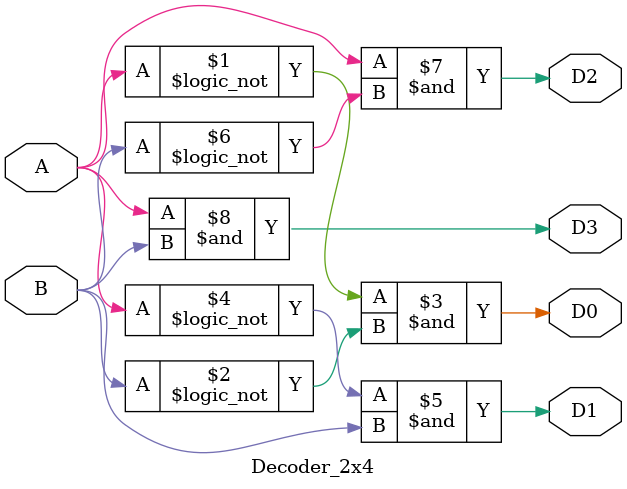
<source format=v>
	  module Decoder_2x4 ( 
		  
		  input A,B,
		  output D0, D1, D2, D3
		  );
		  
	  assign D0 = !A & !B;
	  assign D1 = !A & B;
	  assign D2 =  A & !B;
	  assign D3 =  A & B;
	  
	  endmodule
		  
		  
</source>
